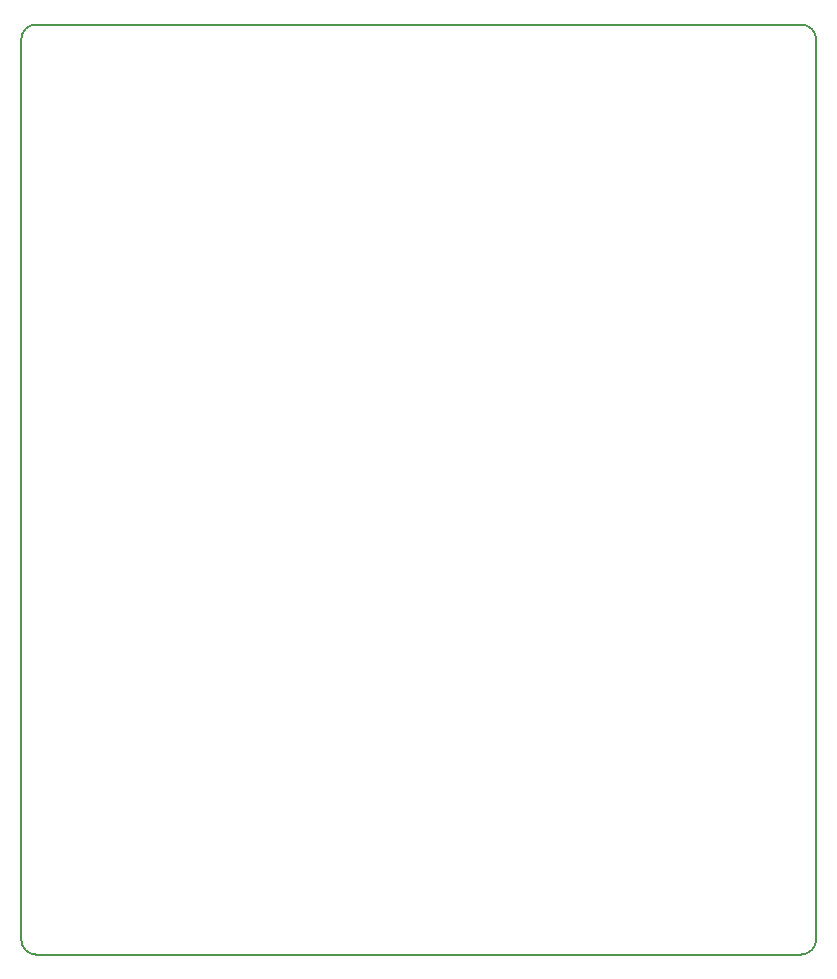
<source format=gbr>
G04 #@! TF.GenerationSoftware,KiCad,Pcbnew,(5.0.2)-1*
G04 #@! TF.CreationDate,2019-03-22T23:58:45-07:00*
G04 #@! TF.ProjectId,cheroquee_kicad,63686572-6f71-4756-9565-5f6b69636164,rev?*
G04 #@! TF.SameCoordinates,Original*
G04 #@! TF.FileFunction,Profile,NP*
%FSLAX46Y46*%
G04 Gerber Fmt 4.6, Leading zero omitted, Abs format (unit mm)*
G04 Created by KiCad (PCBNEW (5.0.2)-1) date 3/22/2019 11:58:45 PM*
%MOMM*%
%LPD*%
G01*
G04 APERTURE LIST*
%ADD10C,0.150000*%
%ADD11C,0.200000*%
G04 APERTURE END LIST*
D10*
X26670000Y-118110000D02*
G75*
G02X25400000Y-116840000I0J1270000D01*
G01*
X25400000Y-40640000D02*
G75*
G02X26670000Y-39370000I1270000J0D01*
G01*
X91440000Y-39370000D02*
G75*
G02X92710000Y-40640000I0J-1270000D01*
G01*
D11*
X92710000Y-116840000D02*
G75*
G02X91440000Y-118110000I-1270000J0D01*
G01*
X25400000Y-116840000D02*
X25400000Y-40640000D01*
X91440000Y-118110000D02*
X26670000Y-118110000D01*
X92710000Y-40640000D02*
X92710000Y-116840000D01*
X26670000Y-39370000D02*
X91440000Y-39370000D01*
M02*

</source>
